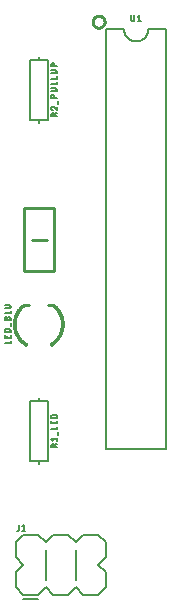
<source format=gbr>
G04 EAGLE Gerber RS-274X export*
G75*
%MOMM*%
%FSLAX34Y34*%
%LPD*%
%INSilkscreen Top*%
%IPPOS*%
%AMOC8*
5,1,8,0,0,1.08239X$1,22.5*%
G01*
%ADD10C,0.254000*%
%ADD11C,0.203200*%
%ADD12C,0.127000*%
%ADD13C,0.025400*%


D10*
X129850Y379900D02*
X142550Y379900D01*
X123500Y353230D02*
X123500Y406570D01*
X148900Y406570D01*
X148900Y353230D01*
X123500Y353230D01*
D11*
X116600Y111050D02*
X122950Y104700D01*
X116600Y111050D02*
X116600Y123750D01*
X122950Y130100D01*
X135650Y130100D01*
X142000Y123750D01*
X148350Y130100D01*
X161050Y130100D01*
X167400Y123750D01*
X173750Y130100D01*
X186450Y130100D01*
X192800Y123750D01*
X192800Y111050D01*
X186450Y104700D01*
X192800Y98350D01*
X192800Y85650D01*
X186450Y79300D01*
X173750Y79300D01*
X167400Y85650D01*
X161050Y79300D01*
X148350Y79300D01*
X142000Y85650D01*
X135650Y79300D01*
X122950Y79300D01*
X116600Y85650D01*
X116600Y98350D01*
X122950Y104700D01*
X142000Y117400D02*
X142000Y92000D01*
X167400Y92000D02*
X167400Y117400D01*
X135650Y75490D02*
X122950Y75490D01*
X122950Y79300D02*
X116600Y85650D01*
X116600Y123750D02*
X122950Y130100D01*
D12*
X118844Y134347D02*
X118844Y138101D01*
X118843Y134347D02*
X118841Y134282D01*
X118835Y134218D01*
X118825Y134154D01*
X118812Y134090D01*
X118794Y134028D01*
X118773Y133967D01*
X118749Y133907D01*
X118720Y133849D01*
X118688Y133792D01*
X118653Y133738D01*
X118615Y133686D01*
X118573Y133636D01*
X118529Y133589D01*
X118482Y133545D01*
X118432Y133503D01*
X118380Y133465D01*
X118326Y133430D01*
X118269Y133398D01*
X118211Y133369D01*
X118151Y133345D01*
X118090Y133324D01*
X118028Y133306D01*
X117964Y133293D01*
X117900Y133283D01*
X117836Y133277D01*
X117771Y133275D01*
X117235Y133275D01*
X121792Y137029D02*
X123132Y138101D01*
X123132Y133275D01*
X121792Y133275D02*
X124473Y133275D01*
D13*
X121662Y324906D02*
X123126Y323150D01*
X123125Y323150D02*
X122778Y322849D01*
X122438Y322540D01*
X122105Y322223D01*
X121780Y321898D01*
X121463Y321566D01*
X121154Y321226D01*
X120853Y320878D01*
X120560Y320524D01*
X120277Y320162D01*
X120002Y319794D01*
X119735Y319419D01*
X119478Y319038D01*
X119230Y318651D01*
X118992Y318259D01*
X118763Y317860D01*
X118543Y317456D01*
X118333Y317048D01*
X118133Y316634D01*
X117943Y316215D01*
X117764Y315792D01*
X117594Y315365D01*
X117435Y314934D01*
X117286Y314499D01*
X117147Y314061D01*
X117019Y313620D01*
X116902Y313175D01*
X116795Y312728D01*
X116699Y312279D01*
X116614Y311827D01*
X116540Y311374D01*
X116476Y310918D01*
X116424Y310462D01*
X116382Y310004D01*
X116352Y309546D01*
X116332Y309086D01*
X116323Y308627D01*
X114038Y308626D01*
X114037Y308627D01*
X114047Y309142D01*
X114068Y309657D01*
X114102Y310171D01*
X114148Y310684D01*
X114207Y311196D01*
X114278Y311706D01*
X114361Y312215D01*
X114456Y312721D01*
X114564Y313225D01*
X114683Y313726D01*
X114814Y314224D01*
X114958Y314719D01*
X115113Y315210D01*
X115280Y315698D01*
X115459Y316181D01*
X115649Y316660D01*
X115850Y317134D01*
X116063Y317603D01*
X116287Y318067D01*
X116522Y318526D01*
X116769Y318978D01*
X117025Y319425D01*
X117293Y319865D01*
X117571Y320299D01*
X117859Y320726D01*
X118158Y321146D01*
X118467Y321558D01*
X118785Y321964D01*
X119113Y322361D01*
X119450Y322750D01*
X119797Y323131D01*
X120153Y323504D01*
X120517Y323868D01*
X120890Y324223D01*
X121272Y324569D01*
X121662Y324906D01*
X121816Y324722D01*
X121430Y324389D01*
X121053Y324047D01*
X120684Y323695D01*
X120324Y323335D01*
X119972Y322967D01*
X119629Y322590D01*
X119296Y322205D01*
X118971Y321812D01*
X118657Y321412D01*
X118352Y321004D01*
X118056Y320589D01*
X117771Y320167D01*
X117496Y319738D01*
X117232Y319302D01*
X116978Y318861D01*
X116735Y318413D01*
X116502Y317960D01*
X116281Y317502D01*
X116070Y317038D01*
X115871Y316569D01*
X115683Y316095D01*
X115506Y315618D01*
X115341Y315136D01*
X115188Y314650D01*
X115046Y314161D01*
X114916Y313668D01*
X114798Y313173D01*
X114692Y312675D01*
X114597Y312174D01*
X114515Y311671D01*
X114445Y311167D01*
X114387Y310661D01*
X114342Y310153D01*
X114308Y309645D01*
X114287Y309136D01*
X114277Y308627D01*
X114517Y308627D01*
X114526Y309130D01*
X114548Y309633D01*
X114581Y310136D01*
X114626Y310637D01*
X114683Y311138D01*
X114753Y311636D01*
X114834Y312133D01*
X114927Y312628D01*
X115032Y313121D01*
X115149Y313610D01*
X115277Y314097D01*
X115417Y314581D01*
X115569Y315061D01*
X115732Y315537D01*
X115907Y316010D01*
X116093Y316478D01*
X116290Y316941D01*
X116498Y317400D01*
X116717Y317853D01*
X116947Y318301D01*
X117187Y318744D01*
X117438Y319180D01*
X117700Y319610D01*
X117972Y320034D01*
X118253Y320452D01*
X118545Y320862D01*
X118847Y321265D01*
X119158Y321661D01*
X119478Y322050D01*
X119808Y322430D01*
X120147Y322803D01*
X120494Y323167D01*
X120851Y323523D01*
X121215Y323870D01*
X121588Y324208D01*
X121969Y324538D01*
X122123Y324353D01*
X121746Y324028D01*
X121378Y323693D01*
X121017Y323350D01*
X120665Y322998D01*
X120322Y322638D01*
X119987Y322270D01*
X119661Y321894D01*
X119344Y321510D01*
X119037Y321119D01*
X118739Y320720D01*
X118450Y320314D01*
X118172Y319902D01*
X117903Y319483D01*
X117645Y319058D01*
X117397Y318626D01*
X117159Y318189D01*
X116932Y317746D01*
X116715Y317298D01*
X116510Y316845D01*
X116315Y316387D01*
X116131Y315924D01*
X115959Y315457D01*
X115797Y314986D01*
X115647Y314512D01*
X115509Y314034D01*
X115382Y313553D01*
X115266Y313069D01*
X115163Y312582D01*
X115070Y312093D01*
X114990Y311601D01*
X114922Y311109D01*
X114865Y310614D01*
X114820Y310118D01*
X114787Y309622D01*
X114766Y309124D01*
X114757Y308627D01*
X114997Y308627D01*
X115006Y309119D01*
X115027Y309610D01*
X115060Y310101D01*
X115104Y310591D01*
X115160Y311079D01*
X115228Y311567D01*
X115307Y312052D01*
X115398Y312535D01*
X115501Y313016D01*
X115615Y313495D01*
X115740Y313970D01*
X115877Y314443D01*
X116025Y314912D01*
X116185Y315377D01*
X116355Y315838D01*
X116537Y316296D01*
X116729Y316748D01*
X116933Y317196D01*
X117146Y317639D01*
X117371Y318077D01*
X117606Y318509D01*
X117851Y318935D01*
X118107Y319355D01*
X118372Y319770D01*
X118647Y320177D01*
X118932Y320578D01*
X119227Y320972D01*
X119531Y321359D01*
X119844Y321738D01*
X120166Y322110D01*
X120497Y322474D01*
X120836Y322830D01*
X121184Y323177D01*
X121540Y323517D01*
X121904Y323847D01*
X122277Y324169D01*
X122430Y323984D01*
X122063Y323667D01*
X121703Y323340D01*
X121351Y323005D01*
X121007Y322661D01*
X120671Y322310D01*
X120345Y321950D01*
X120026Y321583D01*
X119717Y321208D01*
X119417Y320825D01*
X119126Y320436D01*
X118844Y320040D01*
X118572Y319637D01*
X118310Y319228D01*
X118058Y318813D01*
X117815Y318391D01*
X117583Y317964D01*
X117361Y317532D01*
X117150Y317094D01*
X116949Y316652D01*
X116759Y316204D01*
X116579Y315753D01*
X116411Y315297D01*
X116253Y314837D01*
X116107Y314374D01*
X115972Y313907D01*
X115848Y313437D01*
X115735Y312964D01*
X115633Y312489D01*
X115544Y312011D01*
X115465Y311532D01*
X115398Y311050D01*
X115343Y310567D01*
X115299Y310083D01*
X115267Y309598D01*
X115246Y309113D01*
X115237Y308627D01*
X115477Y308627D01*
X115486Y309107D01*
X115507Y309587D01*
X115538Y310066D01*
X115582Y310544D01*
X115636Y311021D01*
X115703Y311497D01*
X115780Y311971D01*
X115869Y312442D01*
X115969Y312912D01*
X116081Y313379D01*
X116203Y313843D01*
X116337Y314305D01*
X116482Y314762D01*
X116637Y315217D01*
X116804Y315667D01*
X116981Y316113D01*
X117169Y316555D01*
X117367Y316993D01*
X117576Y317425D01*
X117795Y317852D01*
X118025Y318274D01*
X118264Y318690D01*
X118513Y319101D01*
X118772Y319505D01*
X119041Y319903D01*
X119319Y320294D01*
X119607Y320679D01*
X119903Y321057D01*
X120209Y321427D01*
X120523Y321790D01*
X120846Y322145D01*
X121178Y322493D01*
X121517Y322832D01*
X121865Y323163D01*
X122221Y323486D01*
X122584Y323800D01*
X122737Y323616D01*
X122379Y323305D01*
X122028Y322987D01*
X121684Y322659D01*
X121349Y322324D01*
X121021Y321981D01*
X120702Y321630D01*
X120392Y321271D01*
X120090Y320905D01*
X119797Y320532D01*
X119513Y320152D01*
X119238Y319766D01*
X118973Y319373D01*
X118717Y318973D01*
X118470Y318568D01*
X118234Y318157D01*
X118007Y317740D01*
X117791Y317318D01*
X117585Y316891D01*
X117389Y316459D01*
X117203Y316022D01*
X117028Y315581D01*
X116863Y315137D01*
X116710Y314688D01*
X116567Y314236D01*
X116435Y313780D01*
X116313Y313321D01*
X116203Y312860D01*
X116104Y312396D01*
X116017Y311930D01*
X115940Y311462D01*
X115875Y310992D01*
X115820Y310521D01*
X115778Y310048D01*
X115746Y309575D01*
X115726Y309101D01*
X115717Y308627D01*
X115957Y308627D01*
X115966Y309095D01*
X115986Y309563D01*
X116017Y310031D01*
X116059Y310497D01*
X116113Y310963D01*
X116177Y311427D01*
X116253Y311889D01*
X116340Y312350D01*
X116438Y312808D01*
X116546Y313264D01*
X116666Y313716D01*
X116797Y314166D01*
X116938Y314613D01*
X117090Y315056D01*
X117252Y315496D01*
X117425Y315931D01*
X117608Y316362D01*
X117802Y316789D01*
X118006Y317211D01*
X118220Y317628D01*
X118443Y318039D01*
X118677Y318445D01*
X118920Y318846D01*
X119173Y319240D01*
X119435Y319629D01*
X119706Y320010D01*
X119987Y320386D01*
X120276Y320754D01*
X120574Y321116D01*
X120881Y321470D01*
X121196Y321816D01*
X121519Y322156D01*
X121851Y322487D01*
X122190Y322810D01*
X122537Y323125D01*
X122891Y323431D01*
X123045Y323247D01*
X122695Y322944D01*
X122352Y322633D01*
X122017Y322314D01*
X121690Y321987D01*
X121371Y321652D01*
X121060Y321310D01*
X120757Y320960D01*
X120463Y320603D01*
X120177Y320239D01*
X119900Y319869D01*
X119632Y319491D01*
X119373Y319108D01*
X119123Y318718D01*
X118883Y318323D01*
X118653Y317922D01*
X118432Y317515D01*
X118221Y317104D01*
X118019Y316687D01*
X117828Y316266D01*
X117647Y315840D01*
X117476Y315410D01*
X117316Y314976D01*
X117166Y314538D01*
X117026Y314097D01*
X116898Y313653D01*
X116779Y313206D01*
X116672Y312756D01*
X116575Y312303D01*
X116490Y311849D01*
X116415Y311392D01*
X116351Y310934D01*
X116298Y310474D01*
X116256Y310013D01*
X116226Y309552D01*
X116206Y309089D01*
X116197Y308627D01*
X114038Y308374D02*
X116324Y308374D01*
X116323Y308373D02*
X116332Y307908D01*
X116352Y307443D01*
X116383Y306979D01*
X116426Y306516D01*
X116480Y306054D01*
X116545Y305593D01*
X116621Y305134D01*
X116708Y304677D01*
X116806Y304222D01*
X116916Y303770D01*
X117036Y303320D01*
X117167Y302874D01*
X117309Y302431D01*
X117462Y301991D01*
X117625Y301556D01*
X117799Y301124D01*
X117983Y300697D01*
X118177Y300274D01*
X118382Y299856D01*
X118597Y299443D01*
X118822Y299036D01*
X119056Y298634D01*
X119300Y298238D01*
X119554Y297848D01*
X119817Y297464D01*
X120090Y297087D01*
X120371Y296717D01*
X120661Y296353D01*
X120960Y295997D01*
X121268Y295648D01*
X121584Y295306D01*
X121908Y294972D01*
X122241Y294647D01*
X122581Y294329D01*
X122928Y294020D01*
X123283Y293719D01*
X123645Y293427D01*
X124015Y293144D01*
X124391Y292870D01*
X124773Y292605D01*
X125162Y292349D01*
X125557Y292103D01*
X125958Y291867D01*
X126364Y291640D01*
X125289Y289623D01*
X125288Y289623D01*
X124833Y289877D01*
X124383Y290141D01*
X123941Y290417D01*
X123505Y290703D01*
X123076Y291000D01*
X122654Y291306D01*
X122240Y291624D01*
X121834Y291951D01*
X121436Y292288D01*
X121047Y292634D01*
X120665Y292990D01*
X120293Y293355D01*
X119930Y293729D01*
X119575Y294111D01*
X119230Y294502D01*
X118895Y294902D01*
X118570Y295309D01*
X118254Y295724D01*
X117949Y296147D01*
X117654Y296577D01*
X117370Y297014D01*
X117096Y297458D01*
X116833Y297908D01*
X116581Y298365D01*
X116341Y298827D01*
X116111Y299296D01*
X115893Y299769D01*
X115687Y300248D01*
X115492Y300732D01*
X115310Y301220D01*
X115139Y301713D01*
X114980Y302210D01*
X114833Y302710D01*
X114698Y303214D01*
X114576Y303721D01*
X114466Y304230D01*
X114369Y304743D01*
X114284Y305257D01*
X114211Y305774D01*
X114151Y306291D01*
X114104Y306811D01*
X114069Y307331D01*
X114047Y307852D01*
X114037Y308373D01*
X114277Y308373D01*
X114287Y307858D01*
X114309Y307343D01*
X114343Y306828D01*
X114390Y306315D01*
X114449Y305803D01*
X114521Y305292D01*
X114605Y304784D01*
X114702Y304277D01*
X114810Y303773D01*
X114931Y303272D01*
X115064Y302774D01*
X115209Y302279D01*
X115367Y301788D01*
X115536Y301301D01*
X115716Y300819D01*
X115909Y300340D01*
X116113Y299867D01*
X116328Y299398D01*
X116555Y298935D01*
X116793Y298478D01*
X117042Y298027D01*
X117302Y297581D01*
X117572Y297143D01*
X117853Y296710D01*
X118145Y296285D01*
X118447Y295867D01*
X118759Y295457D01*
X119081Y295054D01*
X119412Y294659D01*
X119753Y294273D01*
X120103Y293894D01*
X120463Y293525D01*
X120831Y293164D01*
X121208Y292812D01*
X121593Y292469D01*
X121987Y292136D01*
X122388Y291813D01*
X122797Y291499D01*
X123214Y291196D01*
X123638Y290903D01*
X124069Y290620D01*
X124507Y290347D01*
X124951Y290086D01*
X125401Y289835D01*
X125514Y290046D01*
X125069Y290294D01*
X124630Y290553D01*
X124197Y290822D01*
X123771Y291102D01*
X123352Y291392D01*
X122940Y291692D01*
X122536Y292002D01*
X122139Y292322D01*
X121750Y292651D01*
X121369Y292990D01*
X120996Y293338D01*
X120632Y293694D01*
X120277Y294060D01*
X119931Y294434D01*
X119594Y294816D01*
X119266Y295206D01*
X118948Y295605D01*
X118640Y296010D01*
X118341Y296424D01*
X118053Y296844D01*
X117775Y297271D01*
X117507Y297705D01*
X117251Y298145D01*
X117004Y298591D01*
X116769Y299043D01*
X116545Y299501D01*
X116332Y299964D01*
X116130Y300432D01*
X115940Y300905D01*
X115761Y301382D01*
X115594Y301864D01*
X115439Y302349D01*
X115296Y302838D01*
X115164Y303331D01*
X115044Y303826D01*
X114937Y304324D01*
X114842Y304825D01*
X114758Y305328D01*
X114687Y305832D01*
X114629Y306339D01*
X114582Y306846D01*
X114548Y307355D01*
X114527Y307864D01*
X114517Y308373D01*
X114757Y308373D01*
X114767Y307870D01*
X114788Y307366D01*
X114822Y306864D01*
X114868Y306362D01*
X114926Y305862D01*
X114996Y305363D01*
X115078Y304866D01*
X115172Y304371D01*
X115279Y303879D01*
X115397Y303389D01*
X115527Y302902D01*
X115669Y302419D01*
X115822Y301939D01*
X115987Y301463D01*
X116164Y300991D01*
X116352Y300524D01*
X116551Y300062D01*
X116762Y299604D01*
X116984Y299151D01*
X117216Y298705D01*
X117459Y298263D01*
X117713Y297828D01*
X117978Y297400D01*
X118252Y296977D01*
X118537Y296562D01*
X118832Y296154D01*
X119137Y295752D01*
X119451Y295359D01*
X119775Y294973D01*
X120108Y294595D01*
X120451Y294225D01*
X120802Y293864D01*
X121162Y293512D01*
X121530Y293168D01*
X121906Y292833D01*
X122291Y292508D01*
X122683Y292192D01*
X123083Y291885D01*
X123490Y291589D01*
X123904Y291302D01*
X124325Y291025D01*
X124753Y290759D01*
X125187Y290503D01*
X125627Y290258D01*
X125740Y290470D01*
X125305Y290712D01*
X124876Y290965D01*
X124454Y291228D01*
X124037Y291502D01*
X123628Y291785D01*
X123226Y292078D01*
X122831Y292381D01*
X122443Y292693D01*
X122063Y293015D01*
X121691Y293346D01*
X121327Y293686D01*
X120971Y294034D01*
X120624Y294391D01*
X120286Y294756D01*
X119957Y295130D01*
X119637Y295511D01*
X119326Y295900D01*
X119025Y296297D01*
X118734Y296700D01*
X118452Y297111D01*
X118180Y297528D01*
X117919Y297952D01*
X117668Y298382D01*
X117428Y298818D01*
X117198Y299259D01*
X116979Y299707D01*
X116771Y300159D01*
X116574Y300616D01*
X116388Y301078D01*
X116213Y301544D01*
X116050Y302014D01*
X115898Y302489D01*
X115758Y302966D01*
X115630Y303447D01*
X115513Y303931D01*
X115408Y304418D01*
X115314Y304907D01*
X115233Y305398D01*
X115164Y305891D01*
X115106Y306386D01*
X115061Y306881D01*
X115028Y307378D01*
X115007Y307876D01*
X114997Y308373D01*
X115237Y308373D01*
X115246Y307882D01*
X115267Y307390D01*
X115300Y306899D01*
X115345Y306409D01*
X115402Y305921D01*
X115471Y305433D01*
X115551Y304948D01*
X115643Y304465D01*
X115747Y303984D01*
X115862Y303506D01*
X115989Y303030D01*
X116128Y302558D01*
X116278Y302090D01*
X116439Y301625D01*
X116612Y301164D01*
X116796Y300708D01*
X116990Y300256D01*
X117196Y299809D01*
X117412Y299367D01*
X117639Y298931D01*
X117877Y298500D01*
X118125Y298075D01*
X118383Y297657D01*
X118651Y297244D01*
X118930Y296839D01*
X119218Y296440D01*
X119515Y296048D01*
X119822Y295664D01*
X120139Y295287D01*
X120464Y294918D01*
X120798Y294557D01*
X121141Y294204D01*
X121492Y293859D01*
X121852Y293524D01*
X122220Y293197D01*
X122595Y292879D01*
X122978Y292570D01*
X123368Y292271D01*
X123766Y291981D01*
X124171Y291701D01*
X124582Y291431D01*
X124999Y291171D01*
X125423Y290921D01*
X125853Y290682D01*
X125966Y290894D01*
X125541Y291130D01*
X125123Y291377D01*
X124710Y291634D01*
X124304Y291901D01*
X123904Y292178D01*
X123511Y292464D01*
X123126Y292760D01*
X122747Y293065D01*
X122376Y293379D01*
X122013Y293702D01*
X121658Y294033D01*
X121311Y294374D01*
X120972Y294722D01*
X120642Y295079D01*
X120320Y295444D01*
X120008Y295816D01*
X119704Y296196D01*
X119410Y296583D01*
X119126Y296977D01*
X118851Y297378D01*
X118586Y297785D01*
X118331Y298199D01*
X118086Y298619D01*
X117851Y299044D01*
X117627Y299475D01*
X117413Y299912D01*
X117210Y300354D01*
X117017Y300800D01*
X116836Y301251D01*
X116665Y301706D01*
X116506Y302165D01*
X116358Y302628D01*
X116221Y303094D01*
X116095Y303564D01*
X115981Y304037D01*
X115878Y304512D01*
X115787Y304989D01*
X115708Y305469D01*
X115640Y305950D01*
X115584Y306433D01*
X115540Y306917D01*
X115507Y307402D01*
X115486Y307887D01*
X115477Y308373D01*
X115717Y308373D01*
X115726Y307893D01*
X115747Y307414D01*
X115779Y306935D01*
X115823Y306456D01*
X115878Y305979D01*
X115945Y305504D01*
X116024Y305030D01*
X116114Y304559D01*
X116215Y304089D01*
X116328Y303622D01*
X116452Y303159D01*
X116587Y302698D01*
X116734Y302241D01*
X116891Y301787D01*
X117060Y301337D01*
X117239Y300892D01*
X117429Y300451D01*
X117630Y300015D01*
X117841Y299583D01*
X118063Y299157D01*
X118294Y298737D01*
X118536Y298322D01*
X118789Y297914D01*
X119050Y297511D01*
X119322Y297115D01*
X119603Y296726D01*
X119894Y296343D01*
X120193Y295968D01*
X120502Y295600D01*
X120819Y295240D01*
X121146Y294888D01*
X121480Y294544D01*
X121823Y294207D01*
X122174Y293880D01*
X122533Y293561D01*
X122899Y293250D01*
X123273Y292949D01*
X123654Y292657D01*
X124042Y292374D01*
X124437Y292101D01*
X124838Y291837D01*
X125246Y291583D01*
X125659Y291339D01*
X126079Y291105D01*
X126192Y291317D01*
X125778Y291548D01*
X125369Y291789D01*
X124966Y292040D01*
X124570Y292300D01*
X124180Y292570D01*
X123797Y292850D01*
X123421Y293138D01*
X123051Y293436D01*
X122689Y293742D01*
X122335Y294058D01*
X121988Y294381D01*
X121650Y294713D01*
X121319Y295054D01*
X120997Y295402D01*
X120683Y295757D01*
X120379Y296121D01*
X120083Y296491D01*
X119796Y296869D01*
X119518Y297253D01*
X119250Y297645D01*
X118991Y298042D01*
X118742Y298446D01*
X118503Y298855D01*
X118274Y299271D01*
X118055Y299691D01*
X117847Y300117D01*
X117648Y300548D01*
X117461Y300984D01*
X117283Y301424D01*
X117117Y301868D01*
X116962Y302316D01*
X116817Y302768D01*
X116683Y303223D01*
X116561Y303681D01*
X116449Y304142D01*
X116349Y304605D01*
X116260Y305071D01*
X116183Y305539D01*
X116117Y306009D01*
X116062Y306480D01*
X116018Y306952D01*
X115987Y307425D01*
X115966Y307899D01*
X115957Y308373D01*
X116197Y308373D01*
X116206Y307905D01*
X116226Y307437D01*
X116258Y306970D01*
X116301Y306503D01*
X116355Y306038D01*
X116420Y305574D01*
X116497Y305112D01*
X116585Y304652D01*
X116684Y304194D01*
X116794Y303739D01*
X116915Y303287D01*
X117047Y302837D01*
X117189Y302391D01*
X117343Y301949D01*
X117507Y301510D01*
X117682Y301076D01*
X117868Y300646D01*
X118063Y300220D01*
X118270Y299799D01*
X118486Y299384D01*
X118712Y298974D01*
X118948Y298569D01*
X119194Y298171D01*
X119449Y297778D01*
X119714Y297392D01*
X119988Y297012D01*
X120272Y296639D01*
X120564Y296273D01*
X120865Y295914D01*
X121175Y295563D01*
X121493Y295219D01*
X121819Y294883D01*
X122154Y294555D01*
X122496Y294236D01*
X122846Y293924D01*
X123203Y293621D01*
X123568Y293328D01*
X123940Y293042D01*
X124318Y292767D01*
X124703Y292500D01*
X125095Y292243D01*
X125492Y291995D01*
X125896Y291757D01*
X126305Y291529D01*
X156962Y308626D02*
X154676Y308626D01*
X154677Y308627D02*
X154668Y309095D01*
X154647Y309563D01*
X154616Y310031D01*
X154573Y310498D01*
X154518Y310963D01*
X154452Y311427D01*
X154375Y311889D01*
X154287Y312349D01*
X154187Y312807D01*
X154076Y313263D01*
X153954Y313715D01*
X153821Y314164D01*
X153677Y314610D01*
X153523Y315053D01*
X153357Y315491D01*
X153181Y315925D01*
X152994Y316355D01*
X152797Y316780D01*
X152590Y317200D01*
X152372Y317615D01*
X152144Y318025D01*
X151907Y318429D01*
X151659Y318827D01*
X151402Y319218D01*
X151135Y319604D01*
X150859Y319983D01*
X150574Y320354D01*
X150280Y320719D01*
X149977Y321077D01*
X149665Y321427D01*
X149345Y321769D01*
X149017Y322103D01*
X148681Y322429D01*
X148336Y322747D01*
X147984Y323057D01*
X149461Y324801D01*
X149461Y324802D01*
X149856Y324455D01*
X150242Y324099D01*
X150619Y323734D01*
X150988Y323359D01*
X151347Y322976D01*
X151696Y322583D01*
X152036Y322183D01*
X152366Y321774D01*
X152686Y321357D01*
X152995Y320933D01*
X153294Y320501D01*
X153583Y320062D01*
X153860Y319616D01*
X154127Y319163D01*
X154382Y318704D01*
X154626Y318239D01*
X154859Y317768D01*
X155080Y317291D01*
X155289Y316809D01*
X155487Y316322D01*
X155672Y315831D01*
X155846Y315335D01*
X156007Y314835D01*
X156156Y314331D01*
X156292Y313824D01*
X156416Y313313D01*
X156528Y312800D01*
X156627Y312284D01*
X156713Y311766D01*
X156787Y311246D01*
X156847Y310724D01*
X156895Y310201D01*
X156931Y309677D01*
X156953Y309152D01*
X156963Y308627D01*
X156723Y308627D01*
X156713Y309146D01*
X156691Y309665D01*
X156656Y310183D01*
X156609Y310700D01*
X156548Y311216D01*
X156476Y311730D01*
X156390Y312243D01*
X156293Y312753D01*
X156182Y313260D01*
X156060Y313765D01*
X155925Y314267D01*
X155777Y314765D01*
X155618Y315259D01*
X155447Y315749D01*
X155263Y316235D01*
X155068Y316716D01*
X154861Y317193D01*
X154643Y317664D01*
X154413Y318130D01*
X154171Y318590D01*
X153919Y319043D01*
X153655Y319491D01*
X153381Y319932D01*
X153096Y320366D01*
X152800Y320793D01*
X152494Y321213D01*
X152178Y321625D01*
X151852Y322029D01*
X151516Y322425D01*
X151170Y322813D01*
X150815Y323192D01*
X150451Y323562D01*
X150078Y323924D01*
X149696Y324276D01*
X149306Y324619D01*
X149151Y324435D01*
X149537Y324097D01*
X149914Y323749D01*
X150283Y323391D01*
X150643Y323025D01*
X150994Y322650D01*
X151335Y322267D01*
X151667Y321875D01*
X151990Y321476D01*
X152302Y321069D01*
X152605Y320654D01*
X152897Y320232D01*
X153179Y319802D01*
X153450Y319366D01*
X153711Y318924D01*
X153960Y318475D01*
X154199Y318021D01*
X154426Y317560D01*
X154642Y317095D01*
X154847Y316624D01*
X155040Y316148D01*
X155221Y315667D01*
X155390Y315183D01*
X155548Y314694D01*
X155693Y314202D01*
X155827Y313706D01*
X155948Y313207D01*
X156057Y312705D01*
X156154Y312201D01*
X156238Y311695D01*
X156310Y311186D01*
X156370Y310676D01*
X156417Y310165D01*
X156451Y309653D01*
X156473Y309140D01*
X156483Y308627D01*
X156243Y308627D01*
X156233Y309134D01*
X156212Y309641D01*
X156177Y310147D01*
X156131Y310653D01*
X156072Y311157D01*
X156001Y311659D01*
X155918Y312160D01*
X155822Y312658D01*
X155714Y313154D01*
X155594Y313647D01*
X155462Y314137D01*
X155318Y314624D01*
X155163Y315107D01*
X154995Y315586D01*
X154816Y316061D01*
X154625Y316531D01*
X154423Y316996D01*
X154210Y317457D01*
X153985Y317912D01*
X153749Y318361D01*
X153502Y318805D01*
X153245Y319242D01*
X152977Y319673D01*
X152698Y320097D01*
X152410Y320514D01*
X152111Y320924D01*
X151802Y321327D01*
X151483Y321722D01*
X151155Y322109D01*
X150817Y322488D01*
X150470Y322858D01*
X150115Y323220D01*
X149750Y323573D01*
X149377Y323917D01*
X148996Y324252D01*
X148841Y324069D01*
X149218Y323738D01*
X149586Y323398D01*
X149946Y323049D01*
X150298Y322691D01*
X150641Y322325D01*
X150974Y321951D01*
X151299Y321568D01*
X151614Y321178D01*
X151919Y320780D01*
X152214Y320375D01*
X152500Y319962D01*
X152775Y319543D01*
X153040Y319117D01*
X153294Y318685D01*
X153538Y318247D01*
X153771Y317803D01*
X153993Y317353D01*
X154204Y316898D01*
X154404Y316438D01*
X154592Y315973D01*
X154770Y315504D01*
X154935Y315031D01*
X155089Y314553D01*
X155231Y314072D01*
X155362Y313588D01*
X155480Y313101D01*
X155587Y312611D01*
X155681Y312118D01*
X155764Y311624D01*
X155834Y311127D01*
X155892Y310629D01*
X155938Y310129D01*
X155972Y309629D01*
X155993Y309128D01*
X156003Y308627D01*
X155763Y308627D01*
X155753Y309122D01*
X155732Y309617D01*
X155699Y310112D01*
X155653Y310605D01*
X155596Y311097D01*
X155526Y311588D01*
X155445Y312077D01*
X155351Y312563D01*
X155246Y313048D01*
X155129Y313529D01*
X155000Y314008D01*
X154860Y314483D01*
X154707Y314955D01*
X154544Y315422D01*
X154369Y315886D01*
X154183Y316345D01*
X153985Y316800D01*
X153777Y317249D01*
X153557Y317694D01*
X153327Y318132D01*
X153086Y318566D01*
X152835Y318993D01*
X152573Y319413D01*
X152301Y319828D01*
X152019Y320235D01*
X151727Y320636D01*
X151425Y321029D01*
X151114Y321414D01*
X150794Y321792D01*
X150464Y322162D01*
X150126Y322524D01*
X149778Y322878D01*
X149422Y323223D01*
X149058Y323559D01*
X148686Y323886D01*
X148531Y323703D01*
X148899Y323379D01*
X149258Y323047D01*
X149610Y322707D01*
X149953Y322357D01*
X150288Y322000D01*
X150613Y321634D01*
X150930Y321261D01*
X151237Y320880D01*
X151535Y320491D01*
X151824Y320096D01*
X152102Y319693D01*
X152371Y319284D01*
X152630Y318868D01*
X152878Y318446D01*
X153116Y318018D01*
X153343Y317585D01*
X153560Y317146D01*
X153766Y316701D01*
X153961Y316252D01*
X154145Y315799D01*
X154318Y315341D01*
X154480Y314879D01*
X154630Y314413D01*
X154769Y313943D01*
X154896Y313470D01*
X155012Y312995D01*
X155116Y312516D01*
X155208Y312035D01*
X155289Y311552D01*
X155358Y311068D01*
X155415Y310581D01*
X155459Y310094D01*
X155492Y309605D01*
X155514Y309116D01*
X155523Y308627D01*
X155283Y308627D01*
X155274Y309110D01*
X155253Y309593D01*
X155220Y310076D01*
X155176Y310558D01*
X155120Y311038D01*
X155052Y311517D01*
X154972Y311994D01*
X154881Y312469D01*
X154778Y312941D01*
X154664Y313411D01*
X154538Y313878D01*
X154401Y314342D01*
X154252Y314802D01*
X154093Y315259D01*
X153922Y315711D01*
X153740Y316160D01*
X153547Y316603D01*
X153344Y317042D01*
X153130Y317476D01*
X152905Y317904D01*
X152670Y318327D01*
X152425Y318743D01*
X152169Y319154D01*
X151904Y319558D01*
X151628Y319956D01*
X151344Y320347D01*
X151049Y320731D01*
X150746Y321107D01*
X150433Y321476D01*
X150111Y321837D01*
X149781Y322190D01*
X149442Y322535D01*
X149095Y322872D01*
X148739Y323200D01*
X148376Y323519D01*
X148221Y323336D01*
X148580Y323021D01*
X148931Y322697D01*
X149274Y322364D01*
X149608Y322023D01*
X149935Y321675D01*
X150252Y321318D01*
X150561Y320953D01*
X150861Y320582D01*
X151152Y320203D01*
X151433Y319817D01*
X151705Y319424D01*
X151967Y319024D01*
X152219Y318619D01*
X152462Y318207D01*
X152694Y317790D01*
X152916Y317367D01*
X153127Y316938D01*
X153328Y316505D01*
X153519Y316067D01*
X153698Y315624D01*
X153867Y315177D01*
X154025Y314726D01*
X154171Y314272D01*
X154307Y313814D01*
X154431Y313352D01*
X154544Y312888D01*
X154646Y312421D01*
X154736Y311952D01*
X154814Y311481D01*
X154881Y311008D01*
X154937Y310534D01*
X154981Y310058D01*
X155013Y309581D01*
X155034Y309104D01*
X155043Y308627D01*
X154803Y308627D01*
X154794Y309098D01*
X154773Y309570D01*
X154741Y310040D01*
X154698Y310510D01*
X154643Y310979D01*
X154577Y311446D01*
X154499Y311911D01*
X154410Y312374D01*
X154310Y312835D01*
X154198Y313293D01*
X154076Y313749D01*
X153942Y314201D01*
X153797Y314650D01*
X153641Y315096D01*
X153475Y315537D01*
X153297Y315974D01*
X153109Y316407D01*
X152911Y316835D01*
X152702Y317258D01*
X152483Y317675D01*
X152254Y318088D01*
X152014Y318494D01*
X151765Y318895D01*
X151506Y319289D01*
X151238Y319677D01*
X150960Y320058D01*
X150673Y320433D01*
X150377Y320800D01*
X150072Y321160D01*
X149758Y321512D01*
X149436Y321857D01*
X149105Y322193D01*
X148767Y322521D01*
X148420Y322841D01*
X148066Y323153D01*
X146259Y289928D02*
X145124Y291913D01*
X145125Y291912D02*
X145523Y292150D01*
X145915Y292396D01*
X146300Y292653D01*
X146680Y292918D01*
X147053Y293192D01*
X147419Y293476D01*
X147778Y293768D01*
X148130Y294069D01*
X148475Y294378D01*
X148812Y294695D01*
X149142Y295021D01*
X149463Y295354D01*
X149777Y295695D01*
X150082Y296044D01*
X150378Y296399D01*
X150666Y296762D01*
X150945Y297132D01*
X151215Y297508D01*
X151476Y297891D01*
X151727Y298280D01*
X151969Y298674D01*
X152202Y299075D01*
X152424Y299481D01*
X152637Y299892D01*
X152840Y300309D01*
X153033Y300730D01*
X153215Y301155D01*
X153387Y301585D01*
X153549Y302019D01*
X153700Y302457D01*
X153841Y302898D01*
X153971Y303343D01*
X154090Y303790D01*
X154198Y304240D01*
X154296Y304693D01*
X154382Y305148D01*
X154457Y305605D01*
X154522Y306064D01*
X154575Y306524D01*
X154617Y306985D01*
X154648Y307447D01*
X154668Y307910D01*
X154677Y308373D01*
X156962Y308373D01*
X156963Y308373D01*
X156953Y307854D01*
X156931Y307335D01*
X156897Y306817D01*
X156850Y306300D01*
X156791Y305785D01*
X156719Y305271D01*
X156635Y304759D01*
X156538Y304249D01*
X156429Y303741D01*
X156308Y303237D01*
X156175Y302735D01*
X156029Y302237D01*
X155872Y301742D01*
X155702Y301252D01*
X155521Y300765D01*
X155328Y300283D01*
X155124Y299806D01*
X154908Y299335D01*
X154681Y298868D01*
X154442Y298407D01*
X154193Y297952D01*
X153932Y297503D01*
X153661Y297061D01*
X153379Y296625D01*
X153087Y296196D01*
X152784Y295774D01*
X152471Y295360D01*
X152149Y294954D01*
X151816Y294555D01*
X151474Y294164D01*
X151123Y293782D01*
X150763Y293409D01*
X150393Y293044D01*
X150015Y292689D01*
X149629Y292342D01*
X149234Y292005D01*
X148831Y291678D01*
X148421Y291361D01*
X148002Y291053D01*
X147577Y290756D01*
X147144Y290469D01*
X146705Y290193D01*
X146259Y289928D01*
X146140Y290136D01*
X146581Y290398D01*
X147015Y290672D01*
X147443Y290955D01*
X147864Y291249D01*
X148277Y291553D01*
X148683Y291867D01*
X149081Y292191D01*
X149472Y292524D01*
X149854Y292866D01*
X150227Y293218D01*
X150593Y293578D01*
X150949Y293947D01*
X151296Y294325D01*
X151634Y294711D01*
X151963Y295105D01*
X152282Y295507D01*
X152591Y295917D01*
X152890Y296334D01*
X153179Y296758D01*
X153458Y297189D01*
X153726Y297626D01*
X153984Y298070D01*
X154230Y298520D01*
X154466Y298975D01*
X154691Y299437D01*
X154904Y299903D01*
X155107Y300375D01*
X155297Y300851D01*
X155476Y301332D01*
X155644Y301817D01*
X155799Y302306D01*
X155943Y302799D01*
X156075Y303295D01*
X156195Y303794D01*
X156303Y304295D01*
X156398Y304800D01*
X156481Y305306D01*
X156552Y305814D01*
X156611Y306324D01*
X156658Y306835D01*
X156692Y307347D01*
X156713Y307860D01*
X156723Y308373D01*
X156483Y308373D01*
X156473Y307865D01*
X156452Y307359D01*
X156418Y306852D01*
X156372Y306347D01*
X156314Y305843D01*
X156244Y305341D01*
X156162Y304840D01*
X156067Y304342D01*
X155961Y303846D01*
X155842Y303353D01*
X155712Y302863D01*
X155570Y302376D01*
X155416Y301892D01*
X155250Y301413D01*
X155073Y300937D01*
X154885Y300467D01*
X154685Y300000D01*
X154474Y299539D01*
X154252Y299083D01*
X154019Y298632D01*
X153775Y298188D01*
X153520Y297749D01*
X153255Y297316D01*
X152979Y296891D01*
X152694Y296471D01*
X152398Y296059D01*
X152092Y295654D01*
X151777Y295257D01*
X151452Y294868D01*
X151118Y294486D01*
X150775Y294112D01*
X150422Y293747D01*
X150061Y293391D01*
X149692Y293043D01*
X149314Y292705D01*
X148928Y292376D01*
X148535Y292056D01*
X148133Y291745D01*
X147725Y291445D01*
X147309Y291154D01*
X146886Y290874D01*
X146457Y290604D01*
X146021Y290344D01*
X145902Y290553D01*
X146333Y290809D01*
X146757Y291076D01*
X147175Y291353D01*
X147586Y291641D01*
X147990Y291938D01*
X148386Y292244D01*
X148776Y292561D01*
X149157Y292886D01*
X149530Y293221D01*
X149895Y293564D01*
X150252Y293917D01*
X150600Y294277D01*
X150940Y294647D01*
X151270Y295024D01*
X151591Y295409D01*
X151903Y295802D01*
X152205Y296202D01*
X152497Y296609D01*
X152780Y297023D01*
X153052Y297444D01*
X153314Y297872D01*
X153566Y298306D01*
X153807Y298745D01*
X154037Y299191D01*
X154257Y299641D01*
X154465Y300097D01*
X154663Y300558D01*
X154849Y301024D01*
X155024Y301493D01*
X155188Y301967D01*
X155340Y302445D01*
X155480Y302926D01*
X155609Y303411D01*
X155726Y303899D01*
X155832Y304389D01*
X155925Y304881D01*
X156007Y305376D01*
X156076Y305873D01*
X156134Y306371D01*
X156179Y306870D01*
X156212Y307370D01*
X156233Y307871D01*
X156243Y308373D01*
X156003Y308373D01*
X155994Y307877D01*
X155973Y307382D01*
X155940Y306888D01*
X155895Y306394D01*
X155838Y305902D01*
X155769Y305411D01*
X155689Y304922D01*
X155596Y304435D01*
X155492Y303951D01*
X155376Y303469D01*
X155249Y302990D01*
X155110Y302515D01*
X154960Y302042D01*
X154798Y301574D01*
X154625Y301110D01*
X154441Y300650D01*
X154246Y300194D01*
X154040Y299744D01*
X153823Y299298D01*
X153595Y298858D01*
X153357Y298424D01*
X153108Y297995D01*
X152849Y297572D01*
X152580Y297156D01*
X152301Y296747D01*
X152012Y296344D01*
X151713Y295949D01*
X151405Y295561D01*
X151088Y295180D01*
X150761Y294807D01*
X150426Y294443D01*
X150082Y294086D01*
X149729Y293738D01*
X149369Y293398D01*
X149000Y293067D01*
X148623Y292746D01*
X148238Y292433D01*
X147846Y292130D01*
X147447Y291836D01*
X147041Y291553D01*
X146628Y291279D01*
X146209Y291015D01*
X145783Y290761D01*
X145664Y290969D01*
X146084Y291220D01*
X146499Y291481D01*
X146907Y291752D01*
X147308Y292032D01*
X147703Y292322D01*
X148090Y292622D01*
X148470Y292931D01*
X148842Y293249D01*
X149207Y293575D01*
X149563Y293911D01*
X149912Y294255D01*
X150252Y294608D01*
X150583Y294968D01*
X150906Y295336D01*
X151219Y295713D01*
X151524Y296096D01*
X151819Y296487D01*
X152104Y296885D01*
X152380Y297289D01*
X152646Y297700D01*
X152902Y298118D01*
X153148Y298541D01*
X153383Y298971D01*
X153608Y299406D01*
X153822Y299846D01*
X154026Y300291D01*
X154219Y300741D01*
X154401Y301196D01*
X154572Y301655D01*
X154732Y302117D01*
X154880Y302584D01*
X155018Y303054D01*
X155144Y303527D01*
X155258Y304003D01*
X155361Y304482D01*
X155452Y304963D01*
X155532Y305446D01*
X155600Y305931D01*
X155656Y306418D01*
X155700Y306905D01*
X155733Y307394D01*
X155754Y307883D01*
X155763Y308373D01*
X155523Y308373D01*
X155514Y307889D01*
X155493Y307406D01*
X155461Y306923D01*
X155417Y306441D01*
X155361Y305960D01*
X155294Y305481D01*
X155216Y305004D01*
X155125Y304529D01*
X155024Y304056D01*
X154911Y303585D01*
X154786Y303118D01*
X154651Y302653D01*
X154504Y302192D01*
X154346Y301735D01*
X154177Y301282D01*
X153997Y300833D01*
X153807Y300388D01*
X153605Y299948D01*
X153393Y299513D01*
X153171Y299084D01*
X152939Y298659D01*
X152696Y298241D01*
X152443Y297828D01*
X152180Y297422D01*
X151908Y297022D01*
X151626Y296629D01*
X151334Y296243D01*
X151033Y295864D01*
X150724Y295493D01*
X150405Y295129D01*
X150078Y294773D01*
X149742Y294424D01*
X149397Y294084D01*
X149045Y293753D01*
X148685Y293430D01*
X148317Y293116D01*
X147942Y292811D01*
X147559Y292515D01*
X147169Y292228D01*
X146773Y291951D01*
X146370Y291683D01*
X145960Y291426D01*
X145545Y291178D01*
X145426Y291386D01*
X145836Y291631D01*
X146241Y291886D01*
X146639Y292150D01*
X147030Y292424D01*
X147415Y292707D01*
X147793Y292999D01*
X148164Y293301D01*
X148528Y293611D01*
X148883Y293930D01*
X149231Y294258D01*
X149571Y294594D01*
X149903Y294938D01*
X150227Y295289D01*
X150541Y295649D01*
X150847Y296016D01*
X151145Y296391D01*
X151432Y296772D01*
X151711Y297160D01*
X151980Y297555D01*
X152240Y297956D01*
X152490Y298364D01*
X152729Y298777D01*
X152959Y299196D01*
X153179Y299621D01*
X153388Y300050D01*
X153587Y300485D01*
X153775Y300924D01*
X153953Y301368D01*
X154120Y301816D01*
X154276Y302267D01*
X154421Y302723D01*
X154555Y303182D01*
X154678Y303643D01*
X154790Y304108D01*
X154890Y304575D01*
X154979Y305045D01*
X155057Y305516D01*
X155123Y305990D01*
X155178Y306464D01*
X155222Y306940D01*
X155253Y307417D01*
X155274Y307895D01*
X155283Y308373D01*
X155043Y308373D01*
X155034Y307901D01*
X155014Y307429D01*
X154982Y306958D01*
X154939Y306488D01*
X154885Y306019D01*
X154819Y305551D01*
X154743Y305086D01*
X154655Y304622D01*
X154555Y304160D01*
X154445Y303702D01*
X154324Y303245D01*
X154191Y302792D01*
X154048Y302342D01*
X153894Y301896D01*
X153729Y301454D01*
X153554Y301016D01*
X153368Y300582D01*
X153171Y300153D01*
X152964Y299728D01*
X152747Y299309D01*
X152520Y298895D01*
X152284Y298487D01*
X152037Y298084D01*
X151780Y297688D01*
X151515Y297298D01*
X151239Y296914D01*
X150955Y296538D01*
X150662Y296168D01*
X150359Y295805D01*
X150048Y295450D01*
X149729Y295103D01*
X149401Y294763D01*
X149065Y294431D01*
X148722Y294108D01*
X148370Y293792D01*
X148011Y293486D01*
X147645Y293188D01*
X147272Y292899D01*
X146892Y292619D01*
X146505Y292349D01*
X146111Y292088D01*
X145712Y291836D01*
X145307Y291595D01*
X145187Y291803D01*
X145588Y292042D01*
X145982Y292290D01*
X146371Y292548D01*
X146753Y292815D01*
X147128Y293091D01*
X147497Y293377D01*
X147859Y293671D01*
X148213Y293974D01*
X148560Y294285D01*
X148899Y294604D01*
X149231Y294932D01*
X149555Y295268D01*
X149870Y295611D01*
X150177Y295962D01*
X150476Y296320D01*
X150765Y296685D01*
X151046Y297057D01*
X151318Y297436D01*
X151581Y297821D01*
X151834Y298212D01*
X152077Y298610D01*
X152311Y299013D01*
X152536Y299422D01*
X152750Y299836D01*
X152954Y300255D01*
X153148Y300679D01*
X153332Y301107D01*
X153505Y301540D01*
X153668Y301977D01*
X153820Y302417D01*
X153961Y302862D01*
X154092Y303309D01*
X154212Y303760D01*
X154321Y304213D01*
X154419Y304669D01*
X154506Y305127D01*
X154582Y305587D01*
X154647Y306048D01*
X154700Y306511D01*
X154743Y306976D01*
X154774Y307441D01*
X154794Y307906D01*
X154803Y308373D01*
D10*
X127626Y324248D02*
X122546Y324248D01*
X143882Y324248D02*
X148454Y324248D01*
D12*
X112005Y292173D02*
X107179Y292173D01*
X112005Y292173D02*
X112005Y294318D01*
X112005Y296928D02*
X112005Y299073D01*
X112005Y296928D02*
X107179Y296928D01*
X107179Y299073D01*
X109324Y298537D02*
X109324Y296928D01*
X107179Y301663D02*
X112005Y301663D01*
X107179Y301663D02*
X107179Y303004D01*
X107181Y303074D01*
X107186Y303144D01*
X107196Y303214D01*
X107208Y303283D01*
X107225Y303351D01*
X107245Y303418D01*
X107268Y303485D01*
X107295Y303549D01*
X107325Y303613D01*
X107359Y303675D01*
X107395Y303734D01*
X107435Y303792D01*
X107478Y303848D01*
X107523Y303901D01*
X107572Y303952D01*
X107623Y304001D01*
X107676Y304046D01*
X107732Y304089D01*
X107790Y304129D01*
X107850Y304165D01*
X107911Y304199D01*
X107975Y304229D01*
X108039Y304256D01*
X108106Y304279D01*
X108173Y304299D01*
X108241Y304316D01*
X108310Y304328D01*
X108380Y304338D01*
X108450Y304343D01*
X108520Y304345D01*
X108520Y304344D02*
X110664Y304344D01*
X110664Y304345D02*
X110734Y304343D01*
X110804Y304338D01*
X110874Y304328D01*
X110943Y304316D01*
X111011Y304299D01*
X111078Y304279D01*
X111145Y304256D01*
X111209Y304229D01*
X111273Y304199D01*
X111335Y304165D01*
X111394Y304129D01*
X111452Y304089D01*
X111508Y304046D01*
X111561Y304001D01*
X111612Y303952D01*
X111661Y303901D01*
X111706Y303848D01*
X111749Y303792D01*
X111789Y303734D01*
X111825Y303674D01*
X111859Y303613D01*
X111889Y303549D01*
X111916Y303485D01*
X111939Y303418D01*
X111959Y303351D01*
X111976Y303283D01*
X111988Y303214D01*
X111998Y303144D01*
X112003Y303074D01*
X112005Y303004D01*
X112005Y301663D01*
X112541Y307052D02*
X112541Y309197D01*
X109324Y312051D02*
X109324Y313392D01*
X109323Y313392D02*
X109325Y313463D01*
X109331Y313535D01*
X109340Y313605D01*
X109353Y313675D01*
X109370Y313745D01*
X109391Y313813D01*
X109415Y313880D01*
X109443Y313946D01*
X109474Y314010D01*
X109509Y314073D01*
X109547Y314133D01*
X109588Y314192D01*
X109632Y314248D01*
X109679Y314302D01*
X109728Y314353D01*
X109781Y314401D01*
X109836Y314447D01*
X109893Y314489D01*
X109953Y314529D01*
X110014Y314565D01*
X110078Y314598D01*
X110143Y314627D01*
X110209Y314653D01*
X110277Y314676D01*
X110346Y314695D01*
X110416Y314710D01*
X110486Y314721D01*
X110557Y314729D01*
X110628Y314733D01*
X110700Y314733D01*
X110771Y314729D01*
X110842Y314721D01*
X110912Y314710D01*
X110982Y314695D01*
X111051Y314676D01*
X111119Y314653D01*
X111185Y314627D01*
X111250Y314598D01*
X111314Y314565D01*
X111375Y314529D01*
X111435Y314489D01*
X111492Y314447D01*
X111547Y314401D01*
X111600Y314353D01*
X111649Y314302D01*
X111696Y314248D01*
X111740Y314192D01*
X111781Y314133D01*
X111819Y314073D01*
X111854Y314010D01*
X111885Y313946D01*
X111913Y313880D01*
X111937Y313813D01*
X111958Y313745D01*
X111975Y313675D01*
X111988Y313605D01*
X111997Y313535D01*
X112003Y313463D01*
X112005Y313392D01*
X112005Y312051D01*
X107179Y312051D01*
X107179Y313392D01*
X107181Y313457D01*
X107187Y313521D01*
X107197Y313585D01*
X107210Y313649D01*
X107228Y313711D01*
X107249Y313772D01*
X107273Y313832D01*
X107302Y313890D01*
X107334Y313947D01*
X107369Y314001D01*
X107407Y314053D01*
X107449Y314103D01*
X107493Y314150D01*
X107540Y314194D01*
X107590Y314236D01*
X107642Y314274D01*
X107696Y314309D01*
X107753Y314341D01*
X107811Y314370D01*
X107871Y314394D01*
X107932Y314415D01*
X107994Y314433D01*
X108058Y314446D01*
X108122Y314456D01*
X108186Y314462D01*
X108251Y314464D01*
X108316Y314462D01*
X108380Y314456D01*
X108444Y314446D01*
X108508Y314433D01*
X108570Y314415D01*
X108631Y314394D01*
X108691Y314370D01*
X108749Y314341D01*
X108806Y314309D01*
X108860Y314274D01*
X108912Y314236D01*
X108962Y314194D01*
X109009Y314150D01*
X109053Y314103D01*
X109095Y314053D01*
X109133Y314001D01*
X109168Y313947D01*
X109200Y313890D01*
X109229Y313832D01*
X109253Y313772D01*
X109274Y313711D01*
X109292Y313649D01*
X109305Y313585D01*
X109315Y313521D01*
X109321Y313457D01*
X109323Y313392D01*
X107179Y317410D02*
X112005Y317410D01*
X112005Y319555D01*
X110664Y322146D02*
X107179Y322146D01*
X110664Y322145D02*
X110735Y322147D01*
X110807Y322153D01*
X110877Y322162D01*
X110947Y322175D01*
X111017Y322192D01*
X111085Y322213D01*
X111152Y322237D01*
X111218Y322265D01*
X111282Y322296D01*
X111345Y322331D01*
X111405Y322369D01*
X111464Y322410D01*
X111520Y322454D01*
X111574Y322501D01*
X111625Y322550D01*
X111673Y322603D01*
X111719Y322658D01*
X111761Y322715D01*
X111801Y322775D01*
X111837Y322836D01*
X111870Y322900D01*
X111899Y322965D01*
X111925Y323031D01*
X111948Y323099D01*
X111967Y323168D01*
X111982Y323238D01*
X111993Y323308D01*
X112001Y323379D01*
X112005Y323450D01*
X112005Y323522D01*
X112001Y323593D01*
X111993Y323664D01*
X111982Y323734D01*
X111967Y323804D01*
X111948Y323873D01*
X111925Y323941D01*
X111899Y324007D01*
X111870Y324072D01*
X111837Y324136D01*
X111801Y324197D01*
X111761Y324257D01*
X111719Y324314D01*
X111673Y324369D01*
X111625Y324422D01*
X111574Y324471D01*
X111520Y324518D01*
X111464Y324562D01*
X111405Y324603D01*
X111345Y324641D01*
X111282Y324676D01*
X111218Y324707D01*
X111152Y324735D01*
X111085Y324759D01*
X111017Y324780D01*
X110947Y324797D01*
X110877Y324810D01*
X110807Y324819D01*
X110735Y324825D01*
X110664Y324827D01*
X107179Y324827D01*
D11*
X143320Y243200D02*
X143320Y192400D01*
X135700Y192400D01*
X128080Y192400D01*
X128080Y243200D01*
X135700Y243200D01*
X143320Y243200D01*
X135700Y192400D02*
X135700Y189860D01*
X135700Y243200D02*
X135700Y245740D01*
D12*
X146495Y203964D02*
X151321Y203964D01*
X146495Y203964D02*
X146495Y205305D01*
X146497Y205376D01*
X146503Y205448D01*
X146512Y205518D01*
X146525Y205588D01*
X146542Y205658D01*
X146563Y205726D01*
X146587Y205793D01*
X146615Y205859D01*
X146646Y205923D01*
X146681Y205986D01*
X146719Y206046D01*
X146760Y206105D01*
X146804Y206161D01*
X146851Y206215D01*
X146900Y206266D01*
X146953Y206314D01*
X147008Y206360D01*
X147065Y206402D01*
X147125Y206442D01*
X147186Y206478D01*
X147250Y206511D01*
X147315Y206540D01*
X147381Y206566D01*
X147449Y206589D01*
X147518Y206608D01*
X147588Y206623D01*
X147658Y206634D01*
X147729Y206642D01*
X147800Y206646D01*
X147872Y206646D01*
X147943Y206642D01*
X148014Y206634D01*
X148084Y206623D01*
X148154Y206608D01*
X148223Y206589D01*
X148291Y206566D01*
X148357Y206540D01*
X148422Y206511D01*
X148486Y206478D01*
X148547Y206442D01*
X148607Y206402D01*
X148664Y206360D01*
X148719Y206314D01*
X148772Y206266D01*
X148821Y206215D01*
X148868Y206161D01*
X148912Y206105D01*
X148953Y206046D01*
X148991Y205986D01*
X149026Y205923D01*
X149057Y205859D01*
X149085Y205793D01*
X149109Y205726D01*
X149130Y205658D01*
X149147Y205588D01*
X149160Y205518D01*
X149169Y205448D01*
X149175Y205376D01*
X149177Y205305D01*
X149176Y205305D02*
X149176Y203964D01*
X149176Y205573D02*
X151321Y206645D01*
X147567Y209387D02*
X146495Y210727D01*
X151321Y210727D01*
X151321Y209387D02*
X151321Y212068D01*
X151857Y214593D02*
X151857Y216738D01*
X151321Y219465D02*
X146495Y219465D01*
X151321Y219465D02*
X151321Y221610D01*
X151321Y224219D02*
X151321Y226364D01*
X151321Y224219D02*
X146495Y224219D01*
X146495Y226364D01*
X148640Y225828D02*
X148640Y224219D01*
X146495Y228955D02*
X151321Y228955D01*
X146495Y228955D02*
X146495Y230295D01*
X146497Y230365D01*
X146502Y230435D01*
X146512Y230505D01*
X146524Y230574D01*
X146541Y230642D01*
X146561Y230709D01*
X146584Y230776D01*
X146611Y230840D01*
X146641Y230904D01*
X146675Y230966D01*
X146711Y231025D01*
X146751Y231083D01*
X146794Y231139D01*
X146839Y231192D01*
X146888Y231243D01*
X146939Y231292D01*
X146992Y231337D01*
X147048Y231380D01*
X147106Y231420D01*
X147166Y231456D01*
X147227Y231490D01*
X147291Y231520D01*
X147355Y231547D01*
X147422Y231570D01*
X147489Y231590D01*
X147557Y231607D01*
X147626Y231619D01*
X147696Y231629D01*
X147766Y231634D01*
X147836Y231636D01*
X149980Y231636D01*
X150050Y231634D01*
X150120Y231629D01*
X150190Y231619D01*
X150259Y231607D01*
X150327Y231590D01*
X150394Y231570D01*
X150461Y231547D01*
X150525Y231520D01*
X150589Y231490D01*
X150651Y231456D01*
X150710Y231420D01*
X150768Y231380D01*
X150824Y231337D01*
X150877Y231292D01*
X150928Y231243D01*
X150977Y231192D01*
X151022Y231139D01*
X151065Y231083D01*
X151105Y231025D01*
X151141Y230965D01*
X151175Y230904D01*
X151205Y230840D01*
X151232Y230776D01*
X151255Y230709D01*
X151275Y230642D01*
X151292Y230574D01*
X151304Y230505D01*
X151314Y230435D01*
X151319Y230365D01*
X151321Y230295D01*
X151321Y228955D01*
D11*
X143320Y481500D02*
X143320Y532300D01*
X143320Y481500D02*
X135700Y481500D01*
X128080Y481500D01*
X128080Y532300D01*
X135700Y532300D01*
X143320Y532300D01*
X135700Y481500D02*
X135700Y478960D01*
X135700Y532300D02*
X135700Y534840D01*
D12*
X146495Y484396D02*
X151321Y484396D01*
X146495Y484396D02*
X146495Y485736D01*
X146497Y485807D01*
X146503Y485879D01*
X146512Y485949D01*
X146525Y486019D01*
X146542Y486089D01*
X146563Y486157D01*
X146587Y486224D01*
X146615Y486290D01*
X146646Y486354D01*
X146681Y486417D01*
X146719Y486477D01*
X146760Y486536D01*
X146804Y486592D01*
X146851Y486646D01*
X146900Y486697D01*
X146953Y486745D01*
X147008Y486791D01*
X147065Y486833D01*
X147125Y486873D01*
X147186Y486909D01*
X147250Y486942D01*
X147315Y486971D01*
X147381Y486997D01*
X147449Y487020D01*
X147518Y487039D01*
X147588Y487054D01*
X147658Y487065D01*
X147729Y487073D01*
X147800Y487077D01*
X147872Y487077D01*
X147943Y487073D01*
X148014Y487065D01*
X148084Y487054D01*
X148154Y487039D01*
X148223Y487020D01*
X148291Y486997D01*
X148357Y486971D01*
X148422Y486942D01*
X148486Y486909D01*
X148547Y486873D01*
X148607Y486833D01*
X148664Y486791D01*
X148719Y486745D01*
X148772Y486697D01*
X148821Y486646D01*
X148868Y486592D01*
X148912Y486536D01*
X148953Y486477D01*
X148991Y486417D01*
X149026Y486354D01*
X149057Y486290D01*
X149085Y486224D01*
X149109Y486157D01*
X149130Y486089D01*
X149147Y486019D01*
X149160Y485949D01*
X149169Y485879D01*
X149175Y485807D01*
X149177Y485736D01*
X149176Y485736D02*
X149176Y484396D01*
X149176Y486004D02*
X151321Y487077D01*
X146495Y491293D02*
X146497Y491361D01*
X146503Y491428D01*
X146512Y491495D01*
X146525Y491562D01*
X146542Y491627D01*
X146563Y491692D01*
X146587Y491755D01*
X146615Y491817D01*
X146646Y491877D01*
X146680Y491935D01*
X146718Y491991D01*
X146758Y492046D01*
X146802Y492097D01*
X146849Y492146D01*
X146898Y492193D01*
X146949Y492237D01*
X147004Y492277D01*
X147060Y492315D01*
X147118Y492349D01*
X147178Y492380D01*
X147240Y492408D01*
X147303Y492432D01*
X147368Y492453D01*
X147433Y492470D01*
X147500Y492483D01*
X147567Y492492D01*
X147634Y492498D01*
X147702Y492500D01*
X146495Y491293D02*
X146497Y491215D01*
X146503Y491137D01*
X146513Y491060D01*
X146526Y490983D01*
X146544Y490907D01*
X146565Y490832D01*
X146590Y490758D01*
X146619Y490686D01*
X146651Y490615D01*
X146687Y490546D01*
X146726Y490478D01*
X146769Y490413D01*
X146815Y490350D01*
X146864Y490289D01*
X146916Y490231D01*
X146971Y490176D01*
X147028Y490123D01*
X147088Y490074D01*
X147151Y490027D01*
X147216Y489984D01*
X147282Y489944D01*
X147351Y489907D01*
X147422Y489874D01*
X147494Y489844D01*
X147568Y489818D01*
X148640Y492097D02*
X148591Y492146D01*
X148539Y492193D01*
X148484Y492236D01*
X148427Y492277D01*
X148368Y492315D01*
X148307Y492349D01*
X148244Y492380D01*
X148180Y492408D01*
X148114Y492432D01*
X148048Y492452D01*
X147980Y492469D01*
X147911Y492482D01*
X147842Y492491D01*
X147772Y492497D01*
X147702Y492499D01*
X148640Y492097D02*
X151321Y489818D01*
X151321Y492499D01*
X151857Y495024D02*
X151857Y497169D01*
X151321Y500023D02*
X146495Y500023D01*
X146495Y501364D01*
X146497Y501435D01*
X146503Y501507D01*
X146512Y501577D01*
X146525Y501647D01*
X146542Y501717D01*
X146563Y501785D01*
X146587Y501852D01*
X146615Y501918D01*
X146646Y501982D01*
X146681Y502045D01*
X146719Y502105D01*
X146760Y502164D01*
X146804Y502220D01*
X146851Y502274D01*
X146900Y502325D01*
X146953Y502373D01*
X147008Y502419D01*
X147065Y502461D01*
X147125Y502501D01*
X147186Y502537D01*
X147250Y502570D01*
X147315Y502599D01*
X147381Y502625D01*
X147449Y502648D01*
X147518Y502667D01*
X147588Y502682D01*
X147658Y502693D01*
X147729Y502701D01*
X147800Y502705D01*
X147872Y502705D01*
X147943Y502701D01*
X148014Y502693D01*
X148084Y502682D01*
X148154Y502667D01*
X148223Y502648D01*
X148291Y502625D01*
X148357Y502599D01*
X148422Y502570D01*
X148486Y502537D01*
X148547Y502501D01*
X148607Y502461D01*
X148664Y502419D01*
X148719Y502373D01*
X148772Y502325D01*
X148821Y502274D01*
X148868Y502220D01*
X148912Y502164D01*
X148953Y502105D01*
X148991Y502045D01*
X149026Y501982D01*
X149057Y501918D01*
X149085Y501852D01*
X149109Y501785D01*
X149130Y501717D01*
X149147Y501647D01*
X149160Y501577D01*
X149169Y501507D01*
X149175Y501435D01*
X149177Y501364D01*
X149176Y501364D02*
X149176Y500023D01*
X149980Y505363D02*
X146495Y505363D01*
X149980Y505362D02*
X150051Y505364D01*
X150123Y505370D01*
X150193Y505379D01*
X150263Y505392D01*
X150333Y505409D01*
X150401Y505430D01*
X150468Y505454D01*
X150534Y505482D01*
X150598Y505513D01*
X150661Y505548D01*
X150721Y505586D01*
X150780Y505627D01*
X150836Y505671D01*
X150890Y505718D01*
X150941Y505767D01*
X150989Y505820D01*
X151035Y505875D01*
X151077Y505932D01*
X151117Y505992D01*
X151153Y506053D01*
X151186Y506117D01*
X151215Y506182D01*
X151241Y506248D01*
X151264Y506316D01*
X151283Y506385D01*
X151298Y506455D01*
X151309Y506525D01*
X151317Y506596D01*
X151321Y506667D01*
X151321Y506739D01*
X151317Y506810D01*
X151309Y506881D01*
X151298Y506951D01*
X151283Y507021D01*
X151264Y507090D01*
X151241Y507158D01*
X151215Y507224D01*
X151186Y507289D01*
X151153Y507353D01*
X151117Y507414D01*
X151077Y507474D01*
X151035Y507531D01*
X150989Y507586D01*
X150941Y507639D01*
X150890Y507688D01*
X150836Y507735D01*
X150780Y507779D01*
X150721Y507820D01*
X150661Y507858D01*
X150598Y507893D01*
X150534Y507924D01*
X150468Y507952D01*
X150401Y507976D01*
X150333Y507997D01*
X150263Y508014D01*
X150193Y508027D01*
X150123Y508036D01*
X150051Y508042D01*
X149980Y508044D01*
X146495Y508044D01*
X146495Y511235D02*
X151321Y511235D01*
X151321Y513379D01*
X151321Y515989D02*
X146495Y515989D01*
X151321Y515989D02*
X151321Y518134D01*
X149980Y520725D02*
X146495Y520725D01*
X149980Y520724D02*
X150051Y520726D01*
X150123Y520732D01*
X150193Y520741D01*
X150263Y520754D01*
X150333Y520771D01*
X150401Y520792D01*
X150468Y520816D01*
X150534Y520844D01*
X150598Y520875D01*
X150661Y520910D01*
X150721Y520948D01*
X150780Y520989D01*
X150836Y521033D01*
X150890Y521080D01*
X150941Y521129D01*
X150989Y521182D01*
X151035Y521237D01*
X151077Y521294D01*
X151117Y521354D01*
X151153Y521415D01*
X151186Y521479D01*
X151215Y521544D01*
X151241Y521610D01*
X151264Y521678D01*
X151283Y521747D01*
X151298Y521817D01*
X151309Y521887D01*
X151317Y521958D01*
X151321Y522029D01*
X151321Y522101D01*
X151317Y522172D01*
X151309Y522243D01*
X151298Y522313D01*
X151283Y522383D01*
X151264Y522452D01*
X151241Y522520D01*
X151215Y522586D01*
X151186Y522651D01*
X151153Y522715D01*
X151117Y522776D01*
X151077Y522836D01*
X151035Y522893D01*
X150989Y522948D01*
X150941Y523001D01*
X150890Y523050D01*
X150836Y523097D01*
X150780Y523141D01*
X150721Y523182D01*
X150661Y523220D01*
X150598Y523255D01*
X150534Y523286D01*
X150468Y523314D01*
X150401Y523338D01*
X150333Y523359D01*
X150263Y523376D01*
X150193Y523389D01*
X150123Y523398D01*
X150051Y523404D01*
X149980Y523406D01*
X146495Y523406D01*
X146495Y526723D02*
X151321Y526723D01*
X146495Y526723D02*
X146495Y528064D01*
X146497Y528135D01*
X146503Y528207D01*
X146512Y528277D01*
X146525Y528347D01*
X146542Y528417D01*
X146563Y528485D01*
X146587Y528552D01*
X146615Y528618D01*
X146646Y528682D01*
X146681Y528745D01*
X146719Y528805D01*
X146760Y528864D01*
X146804Y528920D01*
X146851Y528974D01*
X146900Y529025D01*
X146953Y529073D01*
X147008Y529119D01*
X147065Y529161D01*
X147125Y529201D01*
X147186Y529237D01*
X147250Y529270D01*
X147315Y529299D01*
X147381Y529325D01*
X147449Y529348D01*
X147518Y529367D01*
X147588Y529382D01*
X147658Y529393D01*
X147729Y529401D01*
X147800Y529405D01*
X147872Y529405D01*
X147943Y529401D01*
X148014Y529393D01*
X148084Y529382D01*
X148154Y529367D01*
X148223Y529348D01*
X148291Y529325D01*
X148357Y529299D01*
X148422Y529270D01*
X148486Y529237D01*
X148547Y529201D01*
X148607Y529161D01*
X148664Y529119D01*
X148719Y529073D01*
X148772Y529025D01*
X148821Y528974D01*
X148868Y528920D01*
X148912Y528864D01*
X148953Y528805D01*
X148991Y528745D01*
X149026Y528682D01*
X149057Y528618D01*
X149085Y528552D01*
X149109Y528485D01*
X149130Y528417D01*
X149147Y528347D01*
X149160Y528277D01*
X149169Y528207D01*
X149175Y528135D01*
X149177Y528064D01*
X149176Y528064D02*
X149176Y526723D01*
D11*
X243700Y558000D02*
X243700Y202400D01*
X192900Y202400D02*
X192900Y558000D01*
X192900Y202400D02*
X243700Y202400D01*
X243700Y558000D02*
X228460Y558000D01*
X208140Y558000D02*
X192900Y558000D01*
X208140Y558000D02*
X208143Y557753D01*
X208152Y557505D01*
X208167Y557258D01*
X208188Y557012D01*
X208215Y556766D01*
X208248Y556521D01*
X208287Y556276D01*
X208332Y556033D01*
X208383Y555791D01*
X208440Y555550D01*
X208502Y555311D01*
X208571Y555073D01*
X208645Y554837D01*
X208725Y554603D01*
X208810Y554371D01*
X208902Y554141D01*
X208998Y553913D01*
X209101Y553688D01*
X209208Y553465D01*
X209322Y553245D01*
X209440Y553028D01*
X209564Y552813D01*
X209693Y552602D01*
X209827Y552394D01*
X209966Y552189D01*
X210110Y551988D01*
X210258Y551790D01*
X210412Y551596D01*
X210570Y551406D01*
X210733Y551220D01*
X210900Y551038D01*
X211072Y550860D01*
X211248Y550686D01*
X211428Y550516D01*
X211613Y550351D01*
X211801Y550191D01*
X211993Y550035D01*
X212189Y549883D01*
X212388Y549737D01*
X212591Y549595D01*
X212798Y549459D01*
X213007Y549327D01*
X213220Y549201D01*
X213436Y549080D01*
X213654Y548964D01*
X213876Y548854D01*
X214100Y548749D01*
X214326Y548649D01*
X214555Y548555D01*
X214786Y548467D01*
X215020Y548384D01*
X215255Y548307D01*
X215492Y548236D01*
X215730Y548170D01*
X215970Y548111D01*
X216212Y548057D01*
X216455Y548009D01*
X216698Y547967D01*
X216943Y547931D01*
X217189Y547901D01*
X217435Y547877D01*
X217682Y547859D01*
X217929Y547847D01*
X218176Y547841D01*
X218424Y547841D01*
X218671Y547847D01*
X218918Y547859D01*
X219165Y547877D01*
X219411Y547901D01*
X219657Y547931D01*
X219902Y547967D01*
X220145Y548009D01*
X220388Y548057D01*
X220630Y548111D01*
X220870Y548170D01*
X221108Y548236D01*
X221345Y548307D01*
X221580Y548384D01*
X221814Y548467D01*
X222045Y548555D01*
X222274Y548649D01*
X222500Y548749D01*
X222724Y548854D01*
X222946Y548964D01*
X223164Y549080D01*
X223380Y549201D01*
X223593Y549327D01*
X223802Y549459D01*
X224009Y549595D01*
X224212Y549737D01*
X224411Y549883D01*
X224607Y550035D01*
X224799Y550191D01*
X224987Y550351D01*
X225172Y550516D01*
X225352Y550686D01*
X225528Y550860D01*
X225700Y551038D01*
X225867Y551220D01*
X226030Y551406D01*
X226188Y551596D01*
X226342Y551790D01*
X226490Y551988D01*
X226634Y552189D01*
X226773Y552394D01*
X226907Y552602D01*
X227036Y552813D01*
X227160Y553028D01*
X227278Y553245D01*
X227392Y553465D01*
X227499Y553688D01*
X227602Y553913D01*
X227698Y554141D01*
X227790Y554371D01*
X227875Y554603D01*
X227955Y554837D01*
X228029Y555073D01*
X228098Y555311D01*
X228160Y555550D01*
X228217Y555791D01*
X228268Y556033D01*
X228313Y556276D01*
X228352Y556521D01*
X228385Y556766D01*
X228412Y557012D01*
X228433Y557258D01*
X228448Y557505D01*
X228457Y557753D01*
X228460Y558000D01*
D10*
X181470Y564350D02*
X181472Y564492D01*
X181478Y564635D01*
X181488Y564777D01*
X181502Y564919D01*
X181520Y565060D01*
X181542Y565201D01*
X181568Y565341D01*
X181597Y565480D01*
X181631Y565619D01*
X181669Y565756D01*
X181710Y565893D01*
X181755Y566028D01*
X181804Y566162D01*
X181857Y566294D01*
X181913Y566425D01*
X181973Y566554D01*
X182037Y566682D01*
X182104Y566807D01*
X182175Y566931D01*
X182249Y567053D01*
X182326Y567172D01*
X182407Y567290D01*
X182491Y567405D01*
X182578Y567517D01*
X182669Y567627D01*
X182762Y567735D01*
X182859Y567840D01*
X182958Y567942D01*
X183060Y568041D01*
X183165Y568138D01*
X183273Y568231D01*
X183383Y568322D01*
X183495Y568409D01*
X183610Y568493D01*
X183728Y568574D01*
X183847Y568651D01*
X183969Y568725D01*
X184093Y568796D01*
X184218Y568863D01*
X184346Y568927D01*
X184475Y568987D01*
X184606Y569043D01*
X184738Y569096D01*
X184872Y569145D01*
X185007Y569190D01*
X185144Y569231D01*
X185281Y569269D01*
X185420Y569303D01*
X185559Y569332D01*
X185699Y569358D01*
X185840Y569380D01*
X185981Y569398D01*
X186123Y569412D01*
X186265Y569422D01*
X186408Y569428D01*
X186550Y569430D01*
X186692Y569428D01*
X186835Y569422D01*
X186977Y569412D01*
X187119Y569398D01*
X187260Y569380D01*
X187401Y569358D01*
X187541Y569332D01*
X187680Y569303D01*
X187819Y569269D01*
X187956Y569231D01*
X188093Y569190D01*
X188228Y569145D01*
X188362Y569096D01*
X188494Y569043D01*
X188625Y568987D01*
X188754Y568927D01*
X188882Y568863D01*
X189007Y568796D01*
X189131Y568725D01*
X189253Y568651D01*
X189372Y568574D01*
X189490Y568493D01*
X189605Y568409D01*
X189717Y568322D01*
X189827Y568231D01*
X189935Y568138D01*
X190040Y568041D01*
X190142Y567942D01*
X190241Y567840D01*
X190338Y567735D01*
X190431Y567627D01*
X190522Y567517D01*
X190609Y567405D01*
X190693Y567290D01*
X190774Y567172D01*
X190851Y567053D01*
X190925Y566931D01*
X190996Y566807D01*
X191063Y566682D01*
X191127Y566554D01*
X191187Y566425D01*
X191243Y566294D01*
X191296Y566162D01*
X191345Y566028D01*
X191390Y565893D01*
X191431Y565756D01*
X191469Y565619D01*
X191503Y565480D01*
X191532Y565341D01*
X191558Y565201D01*
X191580Y565060D01*
X191598Y564919D01*
X191612Y564777D01*
X191622Y564635D01*
X191628Y564492D01*
X191630Y564350D01*
X191628Y564208D01*
X191622Y564065D01*
X191612Y563923D01*
X191598Y563781D01*
X191580Y563640D01*
X191558Y563499D01*
X191532Y563359D01*
X191503Y563220D01*
X191469Y563081D01*
X191431Y562944D01*
X191390Y562807D01*
X191345Y562672D01*
X191296Y562538D01*
X191243Y562406D01*
X191187Y562275D01*
X191127Y562146D01*
X191063Y562018D01*
X190996Y561893D01*
X190925Y561769D01*
X190851Y561647D01*
X190774Y561528D01*
X190693Y561410D01*
X190609Y561295D01*
X190522Y561183D01*
X190431Y561073D01*
X190338Y560965D01*
X190241Y560860D01*
X190142Y560758D01*
X190040Y560659D01*
X189935Y560562D01*
X189827Y560469D01*
X189717Y560378D01*
X189605Y560291D01*
X189490Y560207D01*
X189372Y560126D01*
X189253Y560049D01*
X189131Y559975D01*
X189007Y559904D01*
X188882Y559837D01*
X188754Y559773D01*
X188625Y559713D01*
X188494Y559657D01*
X188362Y559604D01*
X188228Y559555D01*
X188093Y559510D01*
X187956Y559469D01*
X187819Y559431D01*
X187680Y559397D01*
X187541Y559368D01*
X187401Y559342D01*
X187260Y559320D01*
X187119Y559302D01*
X186977Y559288D01*
X186835Y559278D01*
X186692Y559272D01*
X186550Y559270D01*
X186408Y559272D01*
X186265Y559278D01*
X186123Y559288D01*
X185981Y559302D01*
X185840Y559320D01*
X185699Y559342D01*
X185559Y559368D01*
X185420Y559397D01*
X185281Y559431D01*
X185144Y559469D01*
X185007Y559510D01*
X184872Y559555D01*
X184738Y559604D01*
X184606Y559657D01*
X184475Y559713D01*
X184346Y559773D01*
X184218Y559837D01*
X184093Y559904D01*
X183969Y559975D01*
X183847Y560049D01*
X183728Y560126D01*
X183610Y560207D01*
X183495Y560291D01*
X183383Y560378D01*
X183273Y560469D01*
X183165Y560562D01*
X183060Y560659D01*
X182958Y560758D01*
X182859Y560860D01*
X182762Y560965D01*
X182669Y561073D01*
X182578Y561183D01*
X182491Y561295D01*
X182407Y561410D01*
X182326Y561528D01*
X182249Y561647D01*
X182175Y561769D01*
X182104Y561893D01*
X182037Y562018D01*
X181973Y562146D01*
X181913Y562275D01*
X181857Y562406D01*
X181804Y562538D01*
X181755Y562672D01*
X181710Y562807D01*
X181669Y562944D01*
X181631Y563081D01*
X181597Y563220D01*
X181568Y563359D01*
X181542Y563499D01*
X181520Y563640D01*
X181502Y563781D01*
X181488Y563923D01*
X181478Y564065D01*
X181472Y564208D01*
X181470Y564350D01*
D12*
X214125Y566326D02*
X214125Y569811D01*
X214124Y566326D02*
X214126Y566255D01*
X214132Y566183D01*
X214141Y566113D01*
X214154Y566043D01*
X214171Y565973D01*
X214192Y565905D01*
X214216Y565838D01*
X214244Y565772D01*
X214275Y565708D01*
X214310Y565645D01*
X214348Y565585D01*
X214389Y565526D01*
X214433Y565470D01*
X214480Y565416D01*
X214529Y565365D01*
X214582Y565317D01*
X214637Y565271D01*
X214694Y565229D01*
X214754Y565189D01*
X214815Y565153D01*
X214879Y565120D01*
X214944Y565091D01*
X215010Y565065D01*
X215078Y565042D01*
X215147Y565023D01*
X215217Y565008D01*
X215287Y564997D01*
X215358Y564989D01*
X215429Y564985D01*
X215501Y564985D01*
X215572Y564989D01*
X215643Y564997D01*
X215713Y565008D01*
X215783Y565023D01*
X215852Y565042D01*
X215920Y565065D01*
X215986Y565091D01*
X216051Y565120D01*
X216115Y565153D01*
X216176Y565189D01*
X216236Y565229D01*
X216293Y565271D01*
X216348Y565317D01*
X216401Y565365D01*
X216450Y565416D01*
X216497Y565470D01*
X216541Y565526D01*
X216582Y565585D01*
X216620Y565645D01*
X216655Y565708D01*
X216686Y565772D01*
X216714Y565838D01*
X216738Y565905D01*
X216759Y565973D01*
X216776Y566043D01*
X216789Y566113D01*
X216798Y566183D01*
X216804Y566255D01*
X216806Y566326D01*
X216806Y569811D01*
X219794Y568739D02*
X221135Y569811D01*
X221135Y564985D01*
X222475Y564985D02*
X219794Y564985D01*
M02*

</source>
